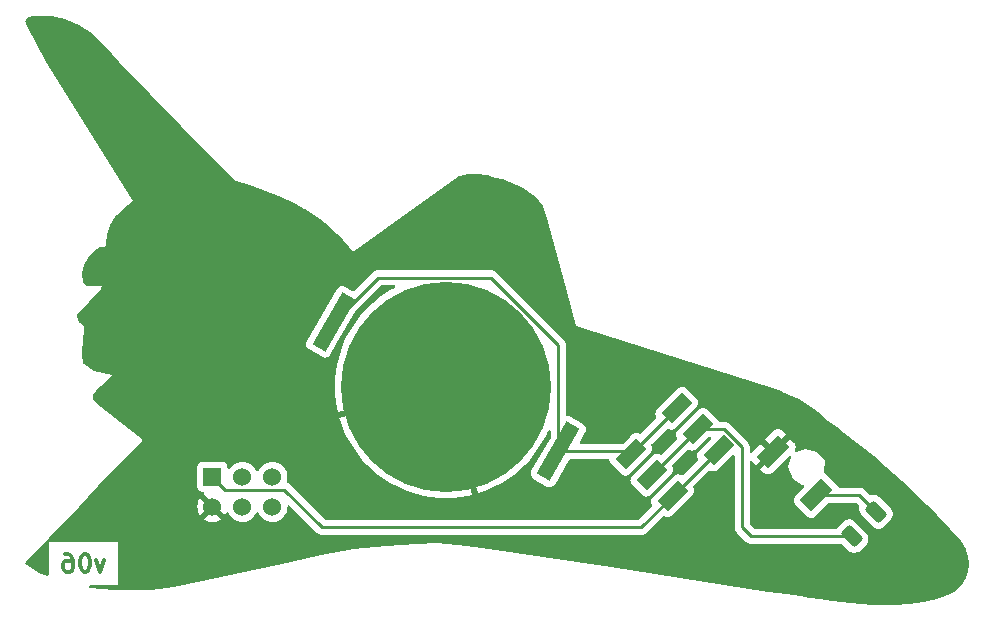
<source format=gbl>
%TF.GenerationSoftware,KiCad,Pcbnew,7.0.1-0*%
%TF.CreationDate,2023-03-26T18:35:46-04:00*%
%TF.ProjectId,space_shuttle_SAO,73706163-655f-4736-9875-74746c655f53,v04*%
%TF.SameCoordinates,Original*%
%TF.FileFunction,Copper,L2,Bot*%
%TF.FilePolarity,Positive*%
%FSLAX46Y46*%
G04 Gerber Fmt 4.6, Leading zero omitted, Abs format (unit mm)*
G04 Created by KiCad (PCBNEW 7.0.1-0) date 2023-03-26 18:35:46*
%MOMM*%
%LPD*%
G01*
G04 APERTURE LIST*
G04 Aperture macros list*
%AMRoundRect*
0 Rectangle with rounded corners*
0 $1 Rounding radius*
0 $2 $3 $4 $5 $6 $7 $8 $9 X,Y pos of 4 corners*
0 Add a 4 corners polygon primitive as box body*
4,1,4,$2,$3,$4,$5,$6,$7,$8,$9,$2,$3,0*
0 Add four circle primitives for the rounded corners*
1,1,$1+$1,$2,$3*
1,1,$1+$1,$4,$5*
1,1,$1+$1,$6,$7*
1,1,$1+$1,$8,$9*
0 Add four rect primitives between the rounded corners*
20,1,$1+$1,$2,$3,$4,$5,0*
20,1,$1+$1,$4,$5,$6,$7,0*
20,1,$1+$1,$6,$7,$8,$9,0*
20,1,$1+$1,$8,$9,$2,$3,0*%
%AMRotRect*
0 Rectangle, with rotation*
0 The origin of the aperture is its center*
0 $1 length*
0 $2 width*
0 $3 Rotation angle, in degrees counterclockwise*
0 Add horizontal line*
21,1,$1,$2,0,0,$3*%
G04 Aperture macros list end*
%ADD10C,0.300000*%
%TA.AperFunction,NonConductor*%
%ADD11C,0.300000*%
%TD*%
%TA.AperFunction,ComponentPad*%
%ADD12R,1.524000X1.524000*%
%TD*%
%TA.AperFunction,ComponentPad*%
%ADD13C,1.524000*%
%TD*%
%TA.AperFunction,SMDPad,CuDef*%
%ADD14RotRect,1.400000X2.600000X315.000000*%
%TD*%
%TA.AperFunction,SMDPad,CuDef*%
%ADD15RoundRect,0.249998X0.220971X-0.662915X0.662915X-0.220971X-0.220971X0.662915X-0.662915X0.220971X0*%
%TD*%
%TA.AperFunction,SMDPad,CuDef*%
%ADD16RotRect,1.200000X2.500000X315.000000*%
%TD*%
%TA.AperFunction,SMDPad,CuDef*%
%ADD17RotRect,1.270000X5.080000X330.000000*%
%TD*%
%TA.AperFunction,SMDPad,CuDef*%
%ADD18C,17.800000*%
%TD*%
%TA.AperFunction,Conductor*%
%ADD19C,0.250000*%
%TD*%
G04 APERTURE END LIST*
D10*
D11*
X107303937Y-114510106D02*
X106946794Y-115510106D01*
X106946794Y-115510106D02*
X106589651Y-114510106D01*
X105732508Y-114010106D02*
X105589651Y-114010106D01*
X105589651Y-114010106D02*
X105446794Y-114081535D01*
X105446794Y-114081535D02*
X105375366Y-114152963D01*
X105375366Y-114152963D02*
X105303937Y-114295820D01*
X105303937Y-114295820D02*
X105232508Y-114581535D01*
X105232508Y-114581535D02*
X105232508Y-114938678D01*
X105232508Y-114938678D02*
X105303937Y-115224392D01*
X105303937Y-115224392D02*
X105375366Y-115367249D01*
X105375366Y-115367249D02*
X105446794Y-115438678D01*
X105446794Y-115438678D02*
X105589651Y-115510106D01*
X105589651Y-115510106D02*
X105732508Y-115510106D01*
X105732508Y-115510106D02*
X105875366Y-115438678D01*
X105875366Y-115438678D02*
X105946794Y-115367249D01*
X105946794Y-115367249D02*
X106018223Y-115224392D01*
X106018223Y-115224392D02*
X106089651Y-114938678D01*
X106089651Y-114938678D02*
X106089651Y-114581535D01*
X106089651Y-114581535D02*
X106018223Y-114295820D01*
X106018223Y-114295820D02*
X105946794Y-114152963D01*
X105946794Y-114152963D02*
X105875366Y-114081535D01*
X105875366Y-114081535D02*
X105732508Y-114010106D01*
X103946795Y-114010106D02*
X104232509Y-114010106D01*
X104232509Y-114010106D02*
X104375366Y-114081535D01*
X104375366Y-114081535D02*
X104446795Y-114152963D01*
X104446795Y-114152963D02*
X104589652Y-114367249D01*
X104589652Y-114367249D02*
X104661080Y-114652963D01*
X104661080Y-114652963D02*
X104661080Y-115224392D01*
X104661080Y-115224392D02*
X104589652Y-115367249D01*
X104589652Y-115367249D02*
X104518223Y-115438678D01*
X104518223Y-115438678D02*
X104375366Y-115510106D01*
X104375366Y-115510106D02*
X104089652Y-115510106D01*
X104089652Y-115510106D02*
X103946795Y-115438678D01*
X103946795Y-115438678D02*
X103875366Y-115367249D01*
X103875366Y-115367249D02*
X103803937Y-115224392D01*
X103803937Y-115224392D02*
X103803937Y-114867249D01*
X103803937Y-114867249D02*
X103875366Y-114724392D01*
X103875366Y-114724392D02*
X103946795Y-114652963D01*
X103946795Y-114652963D02*
X104089652Y-114581535D01*
X104089652Y-114581535D02*
X104375366Y-114581535D01*
X104375366Y-114581535D02*
X104518223Y-114652963D01*
X104518223Y-114652963D02*
X104589652Y-114724392D01*
X104589652Y-114724392D02*
X104661080Y-114867249D01*
D12*
%TO.P,J1,1,VCC*%
%TO.N,Net-(J1-Pad1)*%
X116440956Y-107473398D03*
D13*
%TO.P,J1,2,GND*%
%TO.N,GND*%
X116440956Y-110013398D03*
%TO.P,J1,3,SDA*%
%TO.N,unconnected-(J1-Pad3)*%
X118980956Y-107473398D03*
%TO.P,J1,4,SCL*%
%TO.N,unconnected-(J1-Pad4)*%
X118980956Y-110013398D03*
%TO.P,J1,5,GPIO_1*%
%TO.N,unconnected-(J1-Pad5)*%
X121520956Y-107473398D03*
%TO.P,J1,6,GPIO_2*%
%TO.N,unconnected-(J1-Pad6)*%
X121520956Y-110013398D03*
%TD*%
D14*
%TO.P,D1,1,K*%
%TO.N,GND*%
X163897899Y-105347611D03*
%TO.P,D1,2,A*%
%TO.N,Net-(D1-Pad2)*%
X167574855Y-109024567D03*
%TD*%
D15*
%TO.P,R1,1*%
%TO.N,Net-(R1-Pad1)*%
X170553594Y-112508833D03*
%TO.P,R1,2*%
%TO.N,Net-(D1-Pad2)*%
X172621882Y-110440545D03*
%TD*%
D16*
%TO.P,SW1,1,A*%
%TO.N,Net-(BT1-Pad1)*%
X151875969Y-105561756D03*
X155765057Y-101672668D03*
%TO.P,SW1,2,B*%
%TO.N,Net-(R1-Pad1)*%
X157532824Y-103440435D03*
X153643736Y-107329523D03*
%TO.P,SW1,3,C*%
%TO.N,Net-(J1-Pad1)*%
X155411503Y-109097290D03*
X159300591Y-105208202D03*
%TD*%
D17*
%TO.P,BT1,1,+*%
%TO.N,Net-(BT1-Pad1)*%
X145731338Y-105339334D03*
X126704760Y-94354334D03*
D18*
%TO.P,BT1,2,-*%
%TO.N,GND*%
X136218049Y-99846834D03*
%TD*%
D19*
%TO.N,Net-(D1-Pad2)*%
X172621882Y-110440545D02*
X171205904Y-109024567D01*
X171205904Y-109024567D02*
X167574855Y-109024567D01*
%TO.N,Net-(J1-Pad1)*%
X159300591Y-105208202D02*
X155411503Y-109097290D01*
X117527956Y-108560398D02*
X122530398Y-108560398D01*
X125730000Y-111760000D02*
X152748793Y-111760000D01*
X152748793Y-111760000D02*
X155411503Y-109097290D01*
X116440956Y-107473398D02*
X117527956Y-108560398D01*
X122530398Y-108560398D02*
X125730000Y-111760000D01*
%TO.N,Net-(BT1-Pad1)*%
X126704760Y-94354334D02*
X130437260Y-90621834D01*
X140039170Y-90621834D02*
X145731338Y-96314002D01*
X155765057Y-101672668D02*
X151875969Y-105561756D01*
X130437260Y-90621834D02*
X140039170Y-90621834D01*
X151653547Y-105339334D02*
X151875969Y-105561756D01*
X145731338Y-105339334D02*
X151653547Y-105339334D01*
X145731338Y-96314002D02*
X145731338Y-105339334D01*
%TO.N,Net-(R1-Pad1)*%
X159760210Y-103440435D02*
X161290000Y-104970225D01*
X161290000Y-111760000D02*
X162038833Y-112508833D01*
X162038833Y-112508833D02*
X170553594Y-112508833D01*
X153643736Y-107329523D02*
X157532824Y-103440435D01*
X157532824Y-103440435D02*
X159760210Y-103440435D01*
X161290000Y-104970225D02*
X161290000Y-111760000D01*
%TD*%
%TA.AperFunction,Conductor*%
%TO.N,GND*%
G36*
X102847639Y-68490090D02*
G01*
X103951091Y-68695727D01*
X103976409Y-68703263D01*
X105141387Y-69188005D01*
X105162636Y-69199339D01*
X106103167Y-69823280D01*
X106123967Y-69840561D01*
X107929965Y-71702934D01*
X107929966Y-71702935D01*
X108539377Y-72330733D01*
X113798079Y-77748094D01*
X113798386Y-77748527D01*
X117489548Y-81519201D01*
X118168818Y-82213104D01*
X118406668Y-82456077D01*
X118412566Y-82463783D01*
X118417605Y-82468217D01*
X118423019Y-82470059D01*
X118433348Y-82471403D01*
X119640118Y-82784982D01*
X119653225Y-82789165D01*
X122228757Y-83769380D01*
X122238215Y-83773431D01*
X123164997Y-84216069D01*
X123168980Y-84218059D01*
X124085976Y-84697009D01*
X124240158Y-84777539D01*
X124252346Y-84784806D01*
X125849162Y-85863262D01*
X125862431Y-85873577D01*
X125991536Y-85988534D01*
X127027167Y-86910677D01*
X127042344Y-86924190D01*
X127054456Y-86936569D01*
X128010818Y-88058908D01*
X128152804Y-88225535D01*
X128160875Y-88236086D01*
X128309942Y-88453862D01*
X128311230Y-88456751D01*
X128323176Y-88473250D01*
X128323267Y-88473310D01*
X128323400Y-88473331D01*
X128323720Y-88473109D01*
X128323724Y-88473109D01*
X128323725Y-88473106D01*
X128341382Y-88460930D01*
X128343188Y-88459024D01*
X133145817Y-84996241D01*
X133146751Y-84995575D01*
X137359534Y-82024013D01*
X137405146Y-82003908D01*
X138101884Y-81851008D01*
X138122361Y-81848249D01*
X138623983Y-81822238D01*
X138640741Y-81822484D01*
X138963465Y-81848786D01*
X139613291Y-81901745D01*
X139643835Y-81908110D01*
X139769577Y-81951120D01*
X140156544Y-82083483D01*
X140172806Y-82090355D01*
X140410544Y-82211116D01*
X140414519Y-82213309D01*
X140419437Y-82213842D01*
X141011121Y-82301632D01*
X141036882Y-82308296D01*
X142188297Y-82740272D01*
X142203954Y-82747401D01*
X142944865Y-83148026D01*
X142960913Y-83158346D01*
X143918300Y-83882148D01*
X143941468Y-83904914D01*
X144124825Y-84138805D01*
X144444468Y-84546543D01*
X144465216Y-84585579D01*
X144884866Y-85885818D01*
X144886686Y-85891992D01*
X146463925Y-91794753D01*
X147239492Y-94697287D01*
X147244979Y-94717820D01*
X147246386Y-94725765D01*
X147247864Y-94728595D01*
X147248000Y-94728674D01*
X147248001Y-94728675D01*
X147248002Y-94728675D01*
X147250804Y-94730300D01*
X147258836Y-94732090D01*
X164644130Y-100259496D01*
X164654159Y-100263161D01*
X166088193Y-100857321D01*
X166111733Y-100870164D01*
X167623769Y-101918104D01*
X167636858Y-101928526D01*
X167701641Y-101987553D01*
X168267478Y-102503117D01*
X168293234Y-102526584D01*
X168298233Y-102532649D01*
X168301236Y-102534848D01*
X168311646Y-102543358D01*
X168315066Y-102546473D01*
X168322116Y-102550174D01*
X169580015Y-103474286D01*
X169583846Y-103477216D01*
X172773357Y-106014874D01*
X172778065Y-106018811D01*
X175515246Y-108423368D01*
X175529584Y-108435963D01*
X175534571Y-108440588D01*
X176958403Y-109834652D01*
X177174999Y-110046719D01*
X177179480Y-110051336D01*
X177796148Y-110720172D01*
X178922344Y-111941640D01*
X178922324Y-111941657D01*
X178922431Y-111941734D01*
X179795822Y-112890925D01*
X179809610Y-112908922D01*
X180267340Y-113633127D01*
X180280014Y-113659563D01*
X180448243Y-114149982D01*
X180454438Y-114178363D01*
X180516339Y-114799143D01*
X180516435Y-114823145D01*
X180454018Y-115504156D01*
X180446429Y-115537144D01*
X180251144Y-116054610D01*
X180245039Y-116068271D01*
X180017336Y-116505988D01*
X179989595Y-116541719D01*
X179592970Y-116896766D01*
X179587576Y-116901328D01*
X179217787Y-117196752D01*
X179192861Y-117212285D01*
X178306462Y-117630067D01*
X178287937Y-117637077D01*
X177418467Y-117889999D01*
X177410198Y-117892104D01*
X176701098Y-118047213D01*
X176693052Y-118048701D01*
X175440658Y-118238489D01*
X175428892Y-118239710D01*
X174133231Y-118312975D01*
X174125563Y-118313175D01*
X172391526Y-118305535D01*
X172384347Y-118305298D01*
X170459398Y-118186917D01*
X170453132Y-118186375D01*
X168946047Y-118017876D01*
X168938626Y-118016066D01*
X168937766Y-118016066D01*
X168918875Y-118014642D01*
X167865640Y-117854926D01*
X167122425Y-117741684D01*
X166869355Y-117703156D01*
X166868218Y-117702977D01*
X166756374Y-117684903D01*
X166755767Y-117684804D01*
X166739730Y-117682132D01*
X166738493Y-117681642D01*
X166713582Y-117677767D01*
X166712251Y-117677553D01*
X166704441Y-117676252D01*
X166703237Y-117676159D01*
X166621865Y-117663505D01*
X166621239Y-117663305D01*
X166297226Y-117614680D01*
X166225154Y-117603865D01*
X166225152Y-117603864D01*
X165098079Y-117434470D01*
X165098013Y-117434466D01*
X163499283Y-117195103D01*
X163498859Y-117195039D01*
X150196013Y-115156959D01*
X150195613Y-115156930D01*
X139297653Y-113524307D01*
X139295575Y-113523650D01*
X139278502Y-113521423D01*
X139276984Y-113521216D01*
X139259220Y-113518678D01*
X139257309Y-113518747D01*
X137207079Y-113260076D01*
X137204971Y-113259347D01*
X137181518Y-113256835D01*
X137179727Y-113256630D01*
X137163548Y-113254662D01*
X137161558Y-113254755D01*
X135476207Y-113079370D01*
X135466773Y-113077294D01*
X135457286Y-113077046D01*
X135447737Y-113078623D01*
X133692866Y-113170710D01*
X133691244Y-113170592D01*
X133677231Y-113171527D01*
X133676523Y-113171572D01*
X133658831Y-113172651D01*
X133657408Y-113172979D01*
X131187064Y-113354111D01*
X131184905Y-113353841D01*
X131162413Y-113355907D01*
X131161237Y-113356010D01*
X131149594Y-113356969D01*
X131147732Y-113357367D01*
X128430680Y-113628392D01*
X128424278Y-113628046D01*
X128415592Y-113629566D01*
X128406728Y-113630795D01*
X128399128Y-113631574D01*
X128393160Y-113633552D01*
X125656377Y-114121686D01*
X125651945Y-114121739D01*
X125637751Y-114124914D01*
X125633641Y-114125762D01*
X125622002Y-114127960D01*
X125617871Y-114129590D01*
X122375260Y-114896517D01*
X122371988Y-114897245D01*
X113224268Y-116805367D01*
X113214326Y-116807029D01*
X111254812Y-117054499D01*
X111241064Y-117055475D01*
X108116577Y-117106049D01*
X108102529Y-117105492D01*
X106116957Y-116915390D01*
X106057495Y-116893732D01*
X106016061Y-116845898D01*
X106003109Y-116783953D01*
X106021906Y-116723525D01*
X106067710Y-116679856D01*
X106128966Y-116663964D01*
X108466010Y-116663964D01*
X108466010Y-112968392D01*
X102586401Y-112968392D01*
X102563756Y-112963006D01*
X102570439Y-112990579D01*
X102570439Y-115754271D01*
X102555681Y-115813442D01*
X102514864Y-115858752D01*
X102457550Y-115879587D01*
X102397165Y-115871066D01*
X101759748Y-115613066D01*
X101739049Y-115602364D01*
X100733797Y-114958302D01*
X100733202Y-114957918D01*
X100646389Y-114901607D01*
X100607906Y-114862351D01*
X100589800Y-114810445D01*
X100595518Y-114755771D01*
X100623969Y-114708735D01*
X102353454Y-112903414D01*
X102403452Y-112871432D01*
X102462546Y-112865887D01*
X102463272Y-112866178D01*
X102462216Y-112863703D01*
X102465917Y-112805518D01*
X102495415Y-112755228D01*
X102604703Y-112641148D01*
X104106773Y-111073212D01*
X115740351Y-111073212D01*
X115803529Y-111117450D01*
X116004931Y-111211366D01*
X116219579Y-111268880D01*
X116440956Y-111288248D01*
X116662332Y-111268880D01*
X116876980Y-111211366D01*
X117078383Y-111117450D01*
X117141559Y-111073212D01*
X117141559Y-111073210D01*
X116440957Y-110372608D01*
X116440956Y-110372608D01*
X115740351Y-111073211D01*
X115740351Y-111073212D01*
X104106773Y-111073212D01*
X105122068Y-110013397D01*
X115166105Y-110013397D01*
X115185473Y-110234774D01*
X115242987Y-110449422D01*
X115336903Y-110650824D01*
X115381140Y-110714001D01*
X115381141Y-110714001D01*
X116081746Y-110013398D01*
X116081746Y-110013397D01*
X115381141Y-109312792D01*
X115336904Y-109375970D01*
X115242987Y-109577373D01*
X115185473Y-109792021D01*
X115166105Y-110013397D01*
X105122068Y-110013397D01*
X106778782Y-108284036D01*
X115170456Y-108284036D01*
X115176967Y-108344599D01*
X115193720Y-108389516D01*
X115228067Y-108481603D01*
X115315694Y-108598659D01*
X115432750Y-108686286D01*
X115432751Y-108686286D01*
X115432752Y-108686287D01*
X115569755Y-108737387D01*
X115630318Y-108743898D01*
X115640191Y-108743898D01*
X115701277Y-108759696D01*
X115747046Y-108803129D01*
X115766018Y-108863305D01*
X115753438Y-108925134D01*
X115741630Y-108938958D01*
X115740350Y-108953582D01*
X116440956Y-109654187D01*
X116440956Y-109654188D01*
X117500768Y-110714001D01*
X117500770Y-110714001D01*
X117545009Y-110650823D01*
X117596485Y-110540433D01*
X117642980Y-110487415D01*
X117710680Y-110467682D01*
X117778380Y-110487415D01*
X117824874Y-110540432D01*
X117835518Y-110563259D01*
X117876467Y-110651074D01*
X118003981Y-110833182D01*
X118161171Y-110990372D01*
X118343277Y-111117885D01*
X118343278Y-111117885D01*
X118343279Y-111117886D01*
X118544760Y-111211838D01*
X118695695Y-111252281D01*
X118759488Y-111269375D01*
X118759489Y-111269375D01*
X118759493Y-111269376D01*
X118980956Y-111288751D01*
X119202419Y-111269376D01*
X119417152Y-111211838D01*
X119618633Y-111117886D01*
X119800737Y-110990375D01*
X119957933Y-110833179D01*
X120085444Y-110651075D01*
X120136762Y-110541022D01*
X120183256Y-110488007D01*
X120250956Y-110468274D01*
X120318656Y-110488007D01*
X120365149Y-110541022D01*
X120392952Y-110600645D01*
X120416468Y-110651076D01*
X120543981Y-110833182D01*
X120701171Y-110990372D01*
X120883277Y-111117885D01*
X120883278Y-111117885D01*
X120883279Y-111117886D01*
X121084760Y-111211838D01*
X121235695Y-111252281D01*
X121299488Y-111269375D01*
X121299489Y-111269375D01*
X121299493Y-111269376D01*
X121520956Y-111288751D01*
X121742419Y-111269376D01*
X121957152Y-111211838D01*
X122158633Y-111117886D01*
X122340737Y-110990375D01*
X122497933Y-110833179D01*
X122625444Y-110651075D01*
X122719396Y-110449594D01*
X122776934Y-110234861D01*
X122796184Y-110014815D01*
X122821742Y-109949095D01*
X122878610Y-109907398D01*
X122948976Y-109902786D01*
X123010800Y-109936704D01*
X125222751Y-112148655D01*
X125235835Y-112164985D01*
X125287666Y-112213657D01*
X125290509Y-112216413D01*
X125310230Y-112236134D01*
X125313418Y-112238607D01*
X125322444Y-112246316D01*
X125341855Y-112264543D01*
X125354679Y-112276586D01*
X125372432Y-112286346D01*
X125388955Y-112297200D01*
X125404957Y-112309612D01*
X125404960Y-112309614D01*
X125445539Y-112327174D01*
X125456188Y-112332391D01*
X125494935Y-112353693D01*
X125494937Y-112353693D01*
X125494940Y-112353695D01*
X125514574Y-112358736D01*
X125533259Y-112365134D01*
X125551855Y-112373181D01*
X125595530Y-112380098D01*
X125607125Y-112382498D01*
X125649970Y-112393500D01*
X125670224Y-112393500D01*
X125689934Y-112395051D01*
X125709942Y-112398220D01*
X125709942Y-112398219D01*
X125709943Y-112398220D01*
X125753961Y-112394058D01*
X125765819Y-112393500D01*
X152664940Y-112393500D01*
X152685728Y-112395795D01*
X152688700Y-112395701D01*
X152688702Y-112395702D01*
X152756778Y-112393562D01*
X152760738Y-112393500D01*
X152788645Y-112393500D01*
X152788649Y-112393500D01*
X152792658Y-112392993D01*
X152804492Y-112392061D01*
X152848682Y-112390673D01*
X152868131Y-112385021D01*
X152887491Y-112381012D01*
X152907590Y-112378474D01*
X152948708Y-112362193D01*
X152959910Y-112358357D01*
X153002386Y-112346018D01*
X153019832Y-112335699D01*
X153037573Y-112327009D01*
X153056410Y-112319552D01*
X153092185Y-112293558D01*
X153102096Y-112287048D01*
X153140155Y-112264542D01*
X153154484Y-112250212D01*
X153169512Y-112237377D01*
X153185900Y-112225472D01*
X153214096Y-112191386D01*
X153222065Y-112182630D01*
X154538787Y-110865908D01*
X154581050Y-110838031D01*
X154630878Y-110829041D01*
X154680221Y-110840390D01*
X154807149Y-110898357D01*
X154951884Y-110919166D01*
X154951885Y-110919165D01*
X154951887Y-110919166D01*
X155024250Y-110908761D01*
X155096618Y-110898357D01*
X155229627Y-110837614D01*
X155277055Y-110799394D01*
X157113607Y-108962842D01*
X157151827Y-108915414D01*
X157212570Y-108782405D01*
X157226389Y-108686287D01*
X157233379Y-108637674D01*
X157233125Y-108635906D01*
X157212570Y-108492936D01*
X157154603Y-108366008D01*
X157143254Y-108316665D01*
X157152244Y-108266837D01*
X157180121Y-108224574D01*
X158427875Y-106976820D01*
X158470138Y-106948943D01*
X158519966Y-106939953D01*
X158569309Y-106951302D01*
X158696237Y-107009269D01*
X158840972Y-107030078D01*
X158840973Y-107030077D01*
X158840975Y-107030078D01*
X158921348Y-107018522D01*
X158985706Y-107009269D01*
X159118715Y-106948526D01*
X159166143Y-106910306D01*
X160441405Y-105635043D01*
X160491564Y-105604306D01*
X160550211Y-105599690D01*
X160604561Y-105622203D01*
X160642767Y-105666936D01*
X160656500Y-105724139D01*
X160656500Y-111676147D01*
X160654204Y-111696935D01*
X160656438Y-111767986D01*
X160656500Y-111771945D01*
X160656500Y-111799857D01*
X160657007Y-111803873D01*
X160657937Y-111815696D01*
X160659326Y-111859892D01*
X160664977Y-111879341D01*
X160668986Y-111898696D01*
X160671525Y-111918794D01*
X160687801Y-111959903D01*
X160691644Y-111971130D01*
X160703980Y-112013590D01*
X160714294Y-112031030D01*
X160722987Y-112048774D01*
X160730448Y-112067617D01*
X160730449Y-112067619D01*
X160756431Y-112103380D01*
X160762948Y-112113301D01*
X160785458Y-112151363D01*
X160799778Y-112165683D01*
X160812618Y-112180716D01*
X160824526Y-112197105D01*
X160858598Y-112225292D01*
X160867378Y-112233282D01*
X161531585Y-112897489D01*
X161544664Y-112913814D01*
X161596483Y-112962475D01*
X161599294Y-112965199D01*
X161619063Y-112984968D01*
X161622276Y-112987460D01*
X161631266Y-112995139D01*
X161663512Y-113025419D01*
X161681259Y-113035175D01*
X161697783Y-113046029D01*
X161713792Y-113058447D01*
X161754375Y-113076008D01*
X161765026Y-113081226D01*
X161803773Y-113102528D01*
X161823393Y-113107565D01*
X161842100Y-113113970D01*
X161848713Y-113116831D01*
X161860687Y-113122014D01*
X161871338Y-113123700D01*
X161904363Y-113128931D01*
X161915958Y-113131331D01*
X161958803Y-113142333D01*
X161979057Y-113142333D01*
X161998767Y-113143884D01*
X162018775Y-113147053D01*
X162018775Y-113147052D01*
X162018776Y-113147053D01*
X162062794Y-113142891D01*
X162074652Y-113142333D01*
X169620281Y-113142333D01*
X169668499Y-113151924D01*
X169709376Y-113179237D01*
X170273969Y-113743829D01*
X170306350Y-113770207D01*
X170354926Y-113809779D01*
X170513377Y-113889356D01*
X170685909Y-113930246D01*
X170863220Y-113930246D01*
X170863221Y-113930246D01*
X171035752Y-113889356D01*
X171194204Y-113809779D01*
X171275163Y-113743828D01*
X171788588Y-113230402D01*
X171854540Y-113149443D01*
X171934117Y-112990991D01*
X171975007Y-112818460D01*
X171975007Y-112641148D01*
X171934117Y-112468616D01*
X171854540Y-112310165D01*
X171794233Y-112236134D01*
X171788590Y-112229207D01*
X170833218Y-111273836D01*
X170757112Y-111211838D01*
X170752262Y-111207887D01*
X170593811Y-111128310D01*
X170421279Y-111087420D01*
X170243967Y-111087420D01*
X170186456Y-111101050D01*
X170071434Y-111128310D01*
X169912983Y-111207886D01*
X169832027Y-111273835D01*
X169318597Y-111787266D01*
X169284671Y-111828913D01*
X169241061Y-111863138D01*
X169186983Y-111875333D01*
X162353428Y-111875333D01*
X162305210Y-111865742D01*
X162264332Y-111838428D01*
X161960404Y-111534499D01*
X161933091Y-111493622D01*
X161923500Y-111445404D01*
X161923500Y-106805665D01*
X162799055Y-106805665D01*
X163148783Y-107155392D01*
X163196165Y-107193575D01*
X163329045Y-107254259D01*
X163473635Y-107275048D01*
X163618224Y-107254259D01*
X163751104Y-107193575D01*
X163798491Y-107155388D01*
X165225736Y-105728143D01*
X165282699Y-105695404D01*
X165348399Y-105695792D01*
X165404972Y-105729201D01*
X165437036Y-105786547D01*
X165435872Y-105852238D01*
X165196519Y-106679999D01*
X165196520Y-106680001D01*
X165613078Y-107670598D01*
X165613080Y-107670600D01*
X166400480Y-108143040D01*
X166432575Y-108139073D01*
X166493930Y-108146778D01*
X166544230Y-108182746D01*
X166571361Y-108238314D01*
X166568787Y-108300098D01*
X166537128Y-108353216D01*
X165766685Y-109123659D01*
X165728465Y-109171087D01*
X165667721Y-109304099D01*
X165646912Y-109448830D01*
X165667721Y-109593562D01*
X165667721Y-109593563D01*
X165667722Y-109593565D01*
X165728465Y-109726574D01*
X165766685Y-109774003D01*
X166825419Y-110832737D01*
X166872848Y-110870957D01*
X167005857Y-110931700D01*
X167150591Y-110952509D01*
X167295325Y-110931700D01*
X167428334Y-110870957D01*
X167475762Y-110832737D01*
X168613527Y-109694971D01*
X168654404Y-109667658D01*
X168702622Y-109658067D01*
X170891310Y-109658067D01*
X170939528Y-109667658D01*
X170980405Y-109694972D01*
X171192104Y-109906671D01*
X171224228Y-109961388D01*
X171225613Y-110024822D01*
X171213820Y-110074584D01*
X171200469Y-110130918D01*
X171200469Y-110308230D01*
X171241359Y-110480762D01*
X171320936Y-110639213D01*
X171371172Y-110700881D01*
X171386885Y-110720170D01*
X172342257Y-111675541D01*
X172372170Y-111699909D01*
X172423214Y-111741491D01*
X172581665Y-111821068D01*
X172754197Y-111861958D01*
X172931508Y-111861958D01*
X172931509Y-111861958D01*
X173104040Y-111821068D01*
X173262492Y-111741491D01*
X173343451Y-111675540D01*
X173856876Y-111162114D01*
X173922828Y-111081155D01*
X174002405Y-110922703D01*
X174043295Y-110750172D01*
X174043295Y-110572860D01*
X174002405Y-110400328D01*
X173922828Y-110241877D01*
X173856877Y-110160918D01*
X172901509Y-109205551D01*
X172901506Y-109205548D01*
X172852933Y-109165979D01*
X172820550Y-109139599D01*
X172662099Y-109060022D01*
X172489567Y-109019132D01*
X172312255Y-109019132D01*
X172270973Y-109028915D01*
X172206161Y-109044276D01*
X172142726Y-109042891D01*
X172088009Y-109010767D01*
X171713148Y-108635906D01*
X171700075Y-108619588D01*
X171648253Y-108570924D01*
X171645441Y-108568199D01*
X171625674Y-108548432D01*
X171622479Y-108545953D01*
X171613457Y-108538248D01*
X171581224Y-108507980D01*
X171563471Y-108498220D01*
X171546945Y-108487364D01*
X171530945Y-108474953D01*
X171490370Y-108457395D01*
X171479708Y-108452171D01*
X171440967Y-108430872D01*
X171427217Y-108427342D01*
X171421341Y-108425833D01*
X171402635Y-108419429D01*
X171384049Y-108411386D01*
X171340379Y-108404469D01*
X171328757Y-108402062D01*
X171285934Y-108391067D01*
X171285933Y-108391067D01*
X171265680Y-108391067D01*
X171245970Y-108389516D01*
X171225961Y-108386346D01*
X171181943Y-108390508D01*
X171170085Y-108391067D01*
X169533507Y-108391067D01*
X169486677Y-108382041D01*
X169446557Y-108356257D01*
X169431278Y-108334802D01*
X169431177Y-108334884D01*
X169399199Y-108295202D01*
X169383025Y-108275131D01*
X168324291Y-107216397D01*
X168297832Y-107195075D01*
X168276860Y-107178174D01*
X168273252Y-107176527D01*
X168221893Y-107133479D01*
X168199870Y-107070187D01*
X168213410Y-107004558D01*
X168254680Y-106923840D01*
X168278093Y-106198045D01*
X168280080Y-106136442D01*
X168280079Y-106136441D01*
X168280080Y-106136440D01*
X167665400Y-105420160D01*
X167636248Y-105411386D01*
X166618919Y-105105199D01*
X166618918Y-105105200D01*
X165903485Y-105368012D01*
X165845179Y-105374861D01*
X165790099Y-105354547D01*
X165750201Y-105311481D01*
X165734148Y-105255011D01*
X165745424Y-105197397D01*
X165804547Y-105067934D01*
X165825336Y-104923347D01*
X165804547Y-104778757D01*
X165743863Y-104645877D01*
X165705680Y-104598495D01*
X165355953Y-104248767D01*
X165355952Y-104248767D01*
X163897899Y-105706821D01*
X162799055Y-106805664D01*
X162799055Y-106805665D01*
X161923500Y-106805665D01*
X161923500Y-106234300D01*
X161937233Y-106177097D01*
X161975439Y-106132364D01*
X162029789Y-106109851D01*
X162088436Y-106114467D01*
X162138596Y-106145205D01*
X162439845Y-106446455D01*
X162439846Y-106446455D01*
X163538689Y-105347612D01*
X163538689Y-105347610D01*
X162864110Y-104673031D01*
X162864109Y-104673031D01*
X162138596Y-105398545D01*
X162088436Y-105429283D01*
X162029789Y-105433899D01*
X161975439Y-105411386D01*
X161937233Y-105366653D01*
X161923500Y-105309450D01*
X161923500Y-105054079D01*
X161925795Y-105033289D01*
X161924384Y-104988401D01*
X161923561Y-104962226D01*
X161923500Y-104958269D01*
X161923500Y-104930374D01*
X161923500Y-104930369D01*
X161922993Y-104926363D01*
X161922062Y-104914530D01*
X161920674Y-104870336D01*
X161915020Y-104850877D01*
X161911013Y-104831531D01*
X161908474Y-104811428D01*
X161892194Y-104770311D01*
X161888353Y-104759091D01*
X161876017Y-104716630D01*
X161865706Y-104699195D01*
X161857008Y-104681440D01*
X161849552Y-104662608D01*
X161823565Y-104626841D01*
X161817047Y-104616918D01*
X161795116Y-104579834D01*
X161794542Y-104578863D01*
X161780212Y-104564533D01*
X161767378Y-104549506D01*
X161755472Y-104533118D01*
X161755471Y-104533117D01*
X161721394Y-104504925D01*
X161712616Y-104496937D01*
X161529501Y-104313822D01*
X163223319Y-104313822D01*
X163897898Y-104988401D01*
X163897900Y-104988401D01*
X164996743Y-103889558D01*
X164996743Y-103889557D01*
X164647014Y-103539829D01*
X164599632Y-103501646D01*
X164466752Y-103440962D01*
X164322163Y-103420173D01*
X164177573Y-103440962D01*
X164044693Y-103501646D01*
X163997311Y-103539829D01*
X163223319Y-104313821D01*
X163223319Y-104313822D01*
X161529501Y-104313822D01*
X160267454Y-103051774D01*
X160254381Y-103035456D01*
X160202558Y-102986791D01*
X160199746Y-102984066D01*
X160179980Y-102964300D01*
X160176785Y-102961821D01*
X160167763Y-102954116D01*
X160135530Y-102923848D01*
X160117777Y-102914088D01*
X160101251Y-102903232D01*
X160085251Y-102890821D01*
X160044676Y-102873263D01*
X160034014Y-102868039D01*
X159995273Y-102846740D01*
X159981523Y-102843210D01*
X159975647Y-102841701D01*
X159956941Y-102835297D01*
X159938355Y-102827254D01*
X159894685Y-102820337D01*
X159883063Y-102817930D01*
X159840240Y-102806935D01*
X159840239Y-102806935D01*
X159819986Y-102806935D01*
X159800276Y-102805384D01*
X159780267Y-102802214D01*
X159736249Y-102806376D01*
X159724391Y-102806935D01*
X159401556Y-102806935D01*
X159354726Y-102797909D01*
X159314606Y-102772125D01*
X159286942Y-102733277D01*
X159273148Y-102703072D01*
X159253683Y-102678918D01*
X159234928Y-102655644D01*
X158317615Y-101738331D01*
X158270186Y-101700111D01*
X158137178Y-101639368D01*
X158035600Y-101624763D01*
X157992439Y-101618558D01*
X157847711Y-101639367D01*
X157714699Y-101700111D01*
X157667266Y-101738335D01*
X155830724Y-103574877D01*
X155792500Y-103622310D01*
X155731756Y-103755322D01*
X155710947Y-103900050D01*
X155710948Y-103900054D01*
X155731757Y-104044789D01*
X155789722Y-104171713D01*
X155801072Y-104221056D01*
X155792082Y-104270884D01*
X155764203Y-104313150D01*
X154516451Y-105560902D01*
X154474185Y-105588781D01*
X154424357Y-105597771D01*
X154375016Y-105586421D01*
X154248090Y-105528456D01*
X154146512Y-105513851D01*
X154103351Y-105507646D01*
X153958623Y-105528455D01*
X153825611Y-105589199D01*
X153778178Y-105627423D01*
X151941636Y-107463965D01*
X151903412Y-107511398D01*
X151842668Y-107644410D01*
X151821859Y-107789138D01*
X151821860Y-107789142D01*
X151842669Y-107933877D01*
X151903412Y-108066885D01*
X151941632Y-108114314D01*
X152858945Y-109031627D01*
X152906374Y-109069847D01*
X153039382Y-109130590D01*
X153184117Y-109151399D01*
X153184118Y-109151398D01*
X153184120Y-109151399D01*
X153266190Y-109139599D01*
X153328851Y-109130590D01*
X153461860Y-109069847D01*
X153509288Y-109031627D01*
X155345840Y-107195075D01*
X155384060Y-107147647D01*
X155444803Y-107014638D01*
X155457844Y-106923934D01*
X155465612Y-106869907D01*
X155465612Y-106869904D01*
X155444803Y-106725169D01*
X155386836Y-106598241D01*
X155375487Y-106548898D01*
X155384477Y-106499070D01*
X155412354Y-106456807D01*
X156660108Y-105209053D01*
X156702371Y-105181176D01*
X156752199Y-105172186D01*
X156801542Y-105183535D01*
X156928470Y-105241502D01*
X157073205Y-105262311D01*
X157073206Y-105262310D01*
X157073208Y-105262311D01*
X157145571Y-105251906D01*
X157217939Y-105241502D01*
X157350948Y-105180759D01*
X157398376Y-105142539D01*
X158430074Y-104110840D01*
X158470952Y-104083526D01*
X158519170Y-104073935D01*
X158563012Y-104073935D01*
X158620215Y-104087668D01*
X158664948Y-104125874D01*
X158687461Y-104180224D01*
X158682845Y-104238871D01*
X158652107Y-104289030D01*
X157598491Y-105342644D01*
X157560267Y-105390077D01*
X157499523Y-105523089D01*
X157478714Y-105667817D01*
X157478715Y-105667821D01*
X157499524Y-105812556D01*
X157557489Y-105939480D01*
X157568839Y-105988823D01*
X157559849Y-106038651D01*
X157531970Y-106080917D01*
X156284218Y-107328669D01*
X156241952Y-107356548D01*
X156192124Y-107365538D01*
X156142783Y-107354188D01*
X156015857Y-107296223D01*
X155914279Y-107281618D01*
X155871118Y-107275413D01*
X155726390Y-107296222D01*
X155593378Y-107356966D01*
X155545945Y-107395190D01*
X153709403Y-109231732D01*
X153671179Y-109279165D01*
X153610435Y-109412177D01*
X153589626Y-109556905D01*
X153592569Y-109577373D01*
X153610436Y-109701644D01*
X153668401Y-109828568D01*
X153679751Y-109877911D01*
X153670761Y-109927739D01*
X153642882Y-109970005D01*
X152523293Y-111089595D01*
X152482416Y-111116909D01*
X152434198Y-111126500D01*
X126044594Y-111126500D01*
X125996376Y-111116909D01*
X125955499Y-111089595D01*
X123037642Y-108171737D01*
X123024569Y-108155419D01*
X123021899Y-108152912D01*
X122972746Y-108106754D01*
X122969935Y-108104030D01*
X122950168Y-108084263D01*
X122946973Y-108081784D01*
X122937951Y-108074079D01*
X122905718Y-108043811D01*
X122887965Y-108034051D01*
X122871439Y-108023195D01*
X122855439Y-108010784D01*
X122814864Y-107993226D01*
X122804207Y-107988005D01*
X122798553Y-107984897D01*
X122757057Y-107948187D01*
X122735319Y-107897227D01*
X122737543Y-107841868D01*
X122776933Y-107694865D01*
X122776933Y-107694864D01*
X122776934Y-107694861D01*
X122796309Y-107473398D01*
X122776934Y-107251935D01*
X122719396Y-107037202D01*
X122625444Y-106835722D01*
X122604397Y-106805664D01*
X122516407Y-106680001D01*
X122497933Y-106653617D01*
X122497932Y-106653616D01*
X122497930Y-106653613D01*
X122340740Y-106496423D01*
X122158634Y-106368910D01*
X122088073Y-106336007D01*
X121957152Y-106274958D01*
X121943665Y-106271344D01*
X121742423Y-106217420D01*
X121520956Y-106198045D01*
X121299488Y-106217420D01*
X121084763Y-106274957D01*
X121084762Y-106274957D01*
X121084760Y-106274958D01*
X121032949Y-106299118D01*
X120883278Y-106368910D01*
X120701171Y-106496423D01*
X120543981Y-106653613D01*
X120416468Y-106835720D01*
X120365151Y-106945772D01*
X120318656Y-106998789D01*
X120250956Y-107018522D01*
X120183256Y-106998789D01*
X120136761Y-106945772D01*
X120085443Y-106835720D01*
X119976407Y-106680001D01*
X119957933Y-106653617D01*
X119957932Y-106653616D01*
X119957930Y-106653613D01*
X119800740Y-106496423D01*
X119618634Y-106368910D01*
X119548073Y-106336007D01*
X119417152Y-106274958D01*
X119403665Y-106271344D01*
X119202423Y-106217420D01*
X118980956Y-106198045D01*
X118759488Y-106217420D01*
X118544763Y-106274957D01*
X118544762Y-106274957D01*
X118544760Y-106274958D01*
X118492949Y-106299118D01*
X118343278Y-106368910D01*
X118161171Y-106496423D01*
X118003981Y-106653613D01*
X117940669Y-106744033D01*
X117892691Y-106785010D01*
X117830862Y-106797589D01*
X117770686Y-106778616D01*
X117727254Y-106732848D01*
X117711456Y-106671762D01*
X117711456Y-106662760D01*
X117710473Y-106653617D01*
X117704945Y-106602197D01*
X117653845Y-106465194D01*
X117653844Y-106465192D01*
X117566217Y-106348136D01*
X117449161Y-106260509D01*
X117378892Y-106234300D01*
X117312157Y-106209409D01*
X117251594Y-106202898D01*
X115630318Y-106202898D01*
X115569755Y-106209409D01*
X115432750Y-106260509D01*
X115315694Y-106348136D01*
X115228067Y-106465192D01*
X115180710Y-106592161D01*
X115176967Y-106602197D01*
X115170456Y-106662760D01*
X115170456Y-108284036D01*
X106778782Y-108284036D01*
X110481831Y-104418609D01*
X110485840Y-104414814D01*
X110486222Y-104414052D01*
X110486224Y-104414051D01*
X110486224Y-104414049D01*
X110486285Y-104413928D01*
X110486264Y-104412937D01*
X110484260Y-104407757D01*
X110457361Y-104326630D01*
X110454599Y-104314045D01*
X110454185Y-104313092D01*
X110453443Y-104312379D01*
X110442703Y-104305475D01*
X108211702Y-102526301D01*
X127199522Y-102526301D01*
X127304555Y-102872550D01*
X127521533Y-103449047D01*
X127775750Y-104010117D01*
X128066117Y-104553355D01*
X128391389Y-105076434D01*
X128750183Y-105577131D01*
X129140948Y-106053279D01*
X129562025Y-106502857D01*
X130011603Y-106923934D01*
X130487751Y-107314699D01*
X130988448Y-107673493D01*
X131511527Y-107998765D01*
X132054765Y-108289132D01*
X132615835Y-108543349D01*
X133192332Y-108760327D01*
X133781774Y-108939132D01*
X134381650Y-109079003D01*
X134989405Y-109179344D01*
X135602396Y-109239719D01*
X136218049Y-109259873D01*
X136833701Y-109239719D01*
X137446692Y-109179344D01*
X138054447Y-109079003D01*
X138406824Y-108996840D01*
X136038442Y-100157917D01*
X127199522Y-102526300D01*
X127199522Y-102526301D01*
X108211702Y-102526301D01*
X106585207Y-101229207D01*
X106561435Y-101204208D01*
X106364935Y-100930649D01*
X106347851Y-100897324D01*
X106341316Y-100860448D01*
X106335357Y-100632865D01*
X106342043Y-100588945D01*
X106363556Y-100550077D01*
X106959185Y-99817668D01*
X106970046Y-99805925D01*
X107901430Y-98919215D01*
X107902731Y-98918256D01*
X107911875Y-98909303D01*
X107914214Y-98907070D01*
X107929601Y-98892756D01*
X107930963Y-98890790D01*
X107972734Y-98850305D01*
X107983084Y-98842073D01*
X107983115Y-98841979D01*
X107983241Y-98840895D01*
X107983235Y-98840829D01*
X107982844Y-98840063D01*
X107982065Y-98839631D01*
X107981521Y-98839455D01*
X107969397Y-98838055D01*
X106430393Y-98507954D01*
X106388143Y-98490396D01*
X105564639Y-97955045D01*
X105528616Y-97919507D01*
X105509480Y-97872667D01*
X105378167Y-97173535D01*
X105376438Y-97139807D01*
X105420056Y-96616672D01*
X105452770Y-96224314D01*
X124371250Y-96224314D01*
X124388610Y-96369501D01*
X124446169Y-96503917D01*
X124539267Y-96616672D01*
X124588463Y-96652594D01*
X125772557Y-97336231D01*
X125828262Y-97360874D01*
X125972459Y-97385122D01*
X125972460Y-97385121D01*
X125972461Y-97385122D01*
X126117649Y-97367762D01*
X126252065Y-97310202D01*
X126364821Y-97217104D01*
X126400741Y-97167910D01*
X126407130Y-97156845D01*
X126916756Y-96274146D01*
X128596741Y-93364325D01*
X128616758Y-93338239D01*
X130662759Y-91292239D01*
X130703637Y-91264925D01*
X130751855Y-91255334D01*
X131830882Y-91255334D01*
X131894595Y-91272629D01*
X131940817Y-91319768D01*
X131956858Y-91383808D01*
X131938315Y-91447169D01*
X131890278Y-91492456D01*
X131511527Y-91694902D01*
X130988448Y-92020174D01*
X130487751Y-92378968D01*
X130011603Y-92769733D01*
X129562025Y-93190810D01*
X129140948Y-93640388D01*
X128750183Y-94116536D01*
X128391389Y-94617233D01*
X128066117Y-95140312D01*
X127775750Y-95683550D01*
X127521533Y-96244620D01*
X127304555Y-96821117D01*
X127125750Y-97410559D01*
X126985879Y-98010435D01*
X126885538Y-98618190D01*
X126825163Y-99231181D01*
X126805009Y-99846833D01*
X126825163Y-100462486D01*
X126885538Y-101075477D01*
X126985876Y-101683218D01*
X127068042Y-102035609D01*
X136275947Y-99568360D01*
X136341169Y-99568360D01*
X136397653Y-99600972D01*
X136430265Y-99657456D01*
X138897515Y-108865359D01*
X139243775Y-108760323D01*
X139820262Y-108543349D01*
X140381332Y-108289132D01*
X140924570Y-107998765D01*
X141447649Y-107673493D01*
X141948346Y-107314699D01*
X142424494Y-106923934D01*
X142874072Y-106502857D01*
X143295149Y-106053279D01*
X143685914Y-105577131D01*
X144044708Y-105076434D01*
X144369980Y-104553355D01*
X144660347Y-104010117D01*
X144857069Y-103575942D01*
X144900471Y-103524103D01*
X144964420Y-103502162D01*
X145030505Y-103516435D01*
X145079699Y-103562813D01*
X145097838Y-103627943D01*
X145097838Y-104115827D01*
X145080957Y-104178826D01*
X145002998Y-104313856D01*
X143446718Y-107009410D01*
X143422076Y-107065112D01*
X143397828Y-107209314D01*
X143415188Y-107354501D01*
X143472747Y-107488917D01*
X143565845Y-107601672D01*
X143615041Y-107637594D01*
X144799135Y-108321231D01*
X144854840Y-108345874D01*
X144999037Y-108370122D01*
X144999038Y-108370121D01*
X144999039Y-108370122D01*
X145144227Y-108352762D01*
X145278643Y-108295202D01*
X145391399Y-108202104D01*
X145413572Y-108171737D01*
X145427318Y-108152912D01*
X146649614Y-106035834D01*
X146695733Y-105989715D01*
X146758733Y-105972834D01*
X149937934Y-105972834D01*
X149995671Y-105986841D01*
X150040571Y-106025747D01*
X150062651Y-106080901D01*
X150074902Y-106166110D01*
X150135645Y-106299118D01*
X150173865Y-106346547D01*
X151091178Y-107263860D01*
X151138607Y-107302080D01*
X151271615Y-107362823D01*
X151416350Y-107383632D01*
X151416351Y-107383631D01*
X151416353Y-107383632D01*
X151488716Y-107373227D01*
X151561084Y-107362823D01*
X151694093Y-107302080D01*
X151741521Y-107263860D01*
X153578073Y-105427308D01*
X153616293Y-105379880D01*
X153677036Y-105246871D01*
X153692037Y-105142534D01*
X153697845Y-105102140D01*
X153697845Y-105102137D01*
X153677036Y-104957402D01*
X153619069Y-104830474D01*
X153607720Y-104781131D01*
X153616710Y-104731303D01*
X153644587Y-104689040D01*
X154892341Y-103441286D01*
X154934604Y-103413409D01*
X154984432Y-103404419D01*
X155033775Y-103415768D01*
X155160703Y-103473735D01*
X155305438Y-103494544D01*
X155305439Y-103494543D01*
X155305441Y-103494544D01*
X155377805Y-103484139D01*
X155450172Y-103473735D01*
X155583181Y-103412992D01*
X155630609Y-103374772D01*
X157467161Y-101538220D01*
X157505381Y-101490792D01*
X157566124Y-101357783D01*
X157586071Y-101219047D01*
X157586933Y-101213052D01*
X157585661Y-101204205D01*
X157566124Y-101068314D01*
X157505381Y-100935306D01*
X157467161Y-100887877D01*
X156549848Y-99970564D01*
X156502419Y-99932344D01*
X156369411Y-99871601D01*
X156267833Y-99856996D01*
X156224672Y-99850791D01*
X156079944Y-99871600D01*
X155946932Y-99932344D01*
X155899499Y-99970568D01*
X154062957Y-101807110D01*
X154024733Y-101854543D01*
X153963989Y-101987555D01*
X153943180Y-102132283D01*
X153943181Y-102132287D01*
X153963990Y-102277022D01*
X154021955Y-102403946D01*
X154033305Y-102453289D01*
X154024315Y-102503117D01*
X153996436Y-102545383D01*
X152748684Y-103793135D01*
X152706418Y-103821014D01*
X152656590Y-103830004D01*
X152607249Y-103818654D01*
X152480323Y-103760689D01*
X152378745Y-103746084D01*
X152335584Y-103739879D01*
X152190856Y-103760688D01*
X152057844Y-103821432D01*
X152010416Y-103859652D01*
X151796134Y-104073935D01*
X151201137Y-104668931D01*
X151160263Y-104696243D01*
X151112045Y-104705834D01*
X147635727Y-104705834D01*
X147572727Y-104688953D01*
X147526608Y-104642834D01*
X147509727Y-104579834D01*
X147526608Y-104516834D01*
X147533484Y-104504925D01*
X148015957Y-103669258D01*
X148040600Y-103613553D01*
X148064847Y-103469355D01*
X148047488Y-103324167D01*
X147989928Y-103189750D01*
X147989927Y-103189749D01*
X147896830Y-103076995D01*
X147847634Y-103041073D01*
X146663540Y-102357436D01*
X146607835Y-102332793D01*
X146469944Y-102309606D01*
X146416132Y-102286815D01*
X146378390Y-102242197D01*
X146364838Y-102185351D01*
X146364838Y-96397855D01*
X146367133Y-96377066D01*
X146366895Y-96369501D01*
X146364900Y-96306016D01*
X146364838Y-96302057D01*
X146364838Y-96274151D01*
X146364838Y-96274146D01*
X146364330Y-96270133D01*
X146363399Y-96258299D01*
X146362011Y-96214112D01*
X146356358Y-96194658D01*
X146352350Y-96175300D01*
X146349812Y-96155205D01*
X146333528Y-96114079D01*
X146329697Y-96102890D01*
X146317356Y-96060409D01*
X146307042Y-96042970D01*
X146298346Y-96025218D01*
X146298026Y-96024410D01*
X146290890Y-96006385D01*
X146264909Y-95970626D01*
X146258388Y-95960700D01*
X146235880Y-95922639D01*
X146221551Y-95908310D01*
X146208714Y-95893279D01*
X146196811Y-95876895D01*
X146162744Y-95848713D01*
X146153964Y-95840723D01*
X140546414Y-90233173D01*
X140533341Y-90216855D01*
X140481519Y-90168191D01*
X140478707Y-90165466D01*
X140458940Y-90145699D01*
X140455745Y-90143220D01*
X140446723Y-90135515D01*
X140414490Y-90105247D01*
X140396737Y-90095487D01*
X140380211Y-90084631D01*
X140364211Y-90072220D01*
X140323636Y-90054662D01*
X140312974Y-90049438D01*
X140274233Y-90028139D01*
X140260483Y-90024609D01*
X140254607Y-90023100D01*
X140235901Y-90016696D01*
X140217315Y-90008653D01*
X140173645Y-90001736D01*
X140162023Y-89999329D01*
X140152220Y-89996812D01*
X140119200Y-89988334D01*
X140119199Y-89988334D01*
X140098946Y-89988334D01*
X140079236Y-89986783D01*
X140059227Y-89983613D01*
X140015209Y-89987775D01*
X140003351Y-89988334D01*
X130521113Y-89988334D01*
X130500324Y-89986038D01*
X130429274Y-89988272D01*
X130425315Y-89988334D01*
X130397399Y-89988334D01*
X130393383Y-89988841D01*
X130381563Y-89989771D01*
X130337370Y-89991160D01*
X130317917Y-89996812D01*
X130298563Y-90000820D01*
X130278462Y-90003359D01*
X130237358Y-90019634D01*
X130226129Y-90023479D01*
X130183665Y-90035816D01*
X130166224Y-90046130D01*
X130148477Y-90054824D01*
X130129644Y-90062281D01*
X130093871Y-90088271D01*
X130083953Y-90094785D01*
X130045899Y-90117291D01*
X130031572Y-90131617D01*
X130016543Y-90144452D01*
X130000154Y-90156359D01*
X129971961Y-90190438D01*
X129963973Y-90199215D01*
X128436800Y-91726387D01*
X128390800Y-91755693D01*
X128336723Y-91762813D01*
X128284705Y-91746411D01*
X127636962Y-91372436D01*
X127581257Y-91347793D01*
X127437060Y-91323545D01*
X127291869Y-91340906D01*
X127157455Y-91398465D01*
X127044697Y-91491565D01*
X127008779Y-91540755D01*
X124420140Y-96024410D01*
X124395498Y-96080112D01*
X124371250Y-96224314D01*
X105452770Y-96224314D01*
X105579653Y-94702542D01*
X105580223Y-94697920D01*
X105580097Y-94697391D01*
X105580098Y-94697390D01*
X105580097Y-94697388D01*
X105580067Y-94697262D01*
X105579698Y-94696822D01*
X105575935Y-94694687D01*
X105219496Y-94475156D01*
X105191459Y-94451650D01*
X105171358Y-94421080D01*
X105029482Y-94116536D01*
X104961263Y-93970099D01*
X104949958Y-93927886D01*
X104953752Y-93884349D01*
X105009756Y-93674860D01*
X105023953Y-93641725D01*
X105046952Y-93613967D01*
X105545881Y-93162648D01*
X105547145Y-93161754D01*
X105556094Y-93153438D01*
X105558294Y-93151441D01*
X105574873Y-93136746D01*
X105576188Y-93134919D01*
X105959631Y-92781743D01*
X105962924Y-92778877D01*
X105963036Y-92778652D01*
X105963338Y-92774232D01*
X105970347Y-92702118D01*
X105982177Y-92659759D01*
X106007846Y-92624046D01*
X106565646Y-92080855D01*
X106571767Y-92076614D01*
X106576735Y-92070836D01*
X106585424Y-92061697D01*
X106590693Y-92056682D01*
X106594573Y-92050506D01*
X106975354Y-91619171D01*
X106982066Y-91612599D01*
X106985680Y-91603924D01*
X107112580Y-91352763D01*
X107116961Y-91346647D01*
X107119159Y-91341055D01*
X107121827Y-91335156D01*
X107121841Y-91334781D01*
X107121757Y-91334559D01*
X107121488Y-91334274D01*
X107116509Y-91334094D01*
X107109347Y-91333574D01*
X107102414Y-91334687D01*
X105914385Y-91351458D01*
X105868696Y-91343572D01*
X105828953Y-91319695D01*
X105767262Y-91264925D01*
X105544891Y-91067500D01*
X105517192Y-91032239D01*
X105503594Y-90989511D01*
X105419995Y-90346118D01*
X105421282Y-90305729D01*
X105435454Y-90233173D01*
X105563764Y-89576261D01*
X105577387Y-89539041D01*
X105892918Y-88973401D01*
X105907983Y-88951983D01*
X106469693Y-88307885D01*
X106502237Y-88281249D01*
X106927495Y-88038781D01*
X106963689Y-88024998D01*
X107002361Y-88022859D01*
X107342510Y-88056668D01*
X107351514Y-88058747D01*
X107359225Y-88059011D01*
X107359501Y-88058908D01*
X107360055Y-88058381D01*
X107362857Y-88052056D01*
X107365032Y-88042617D01*
X107374120Y-88018010D01*
X107443872Y-87829133D01*
X107448032Y-87820053D01*
X107448339Y-87809972D01*
X107546058Y-86926133D01*
X107553185Y-86896096D01*
X107890472Y-85988530D01*
X107902296Y-85964751D01*
X107950734Y-85888682D01*
X108313703Y-85318656D01*
X108331379Y-85296752D01*
X108930074Y-84704745D01*
X108945335Y-84691880D01*
X109714136Y-84141843D01*
X109718396Y-84139015D01*
X109718537Y-84138310D01*
X109715981Y-84134456D01*
X109573397Y-83904917D01*
X102383823Y-72330733D01*
X102380803Y-72325605D01*
X102300934Y-72182351D01*
X100813498Y-69514466D01*
X100804006Y-69492923D01*
X100610662Y-68912232D01*
X100605635Y-68853538D01*
X100627837Y-68798974D01*
X100733389Y-68651873D01*
X100769565Y-68618121D01*
X100884642Y-68547075D01*
X100931115Y-68529843D01*
X101049218Y-68511142D01*
X101054607Y-68511288D01*
X101064852Y-68509093D01*
X101089917Y-68506303D01*
X102823227Y-68487965D01*
X102847639Y-68490090D01*
G37*
%TD.AperFunction*%
%TD*%
M02*

</source>
